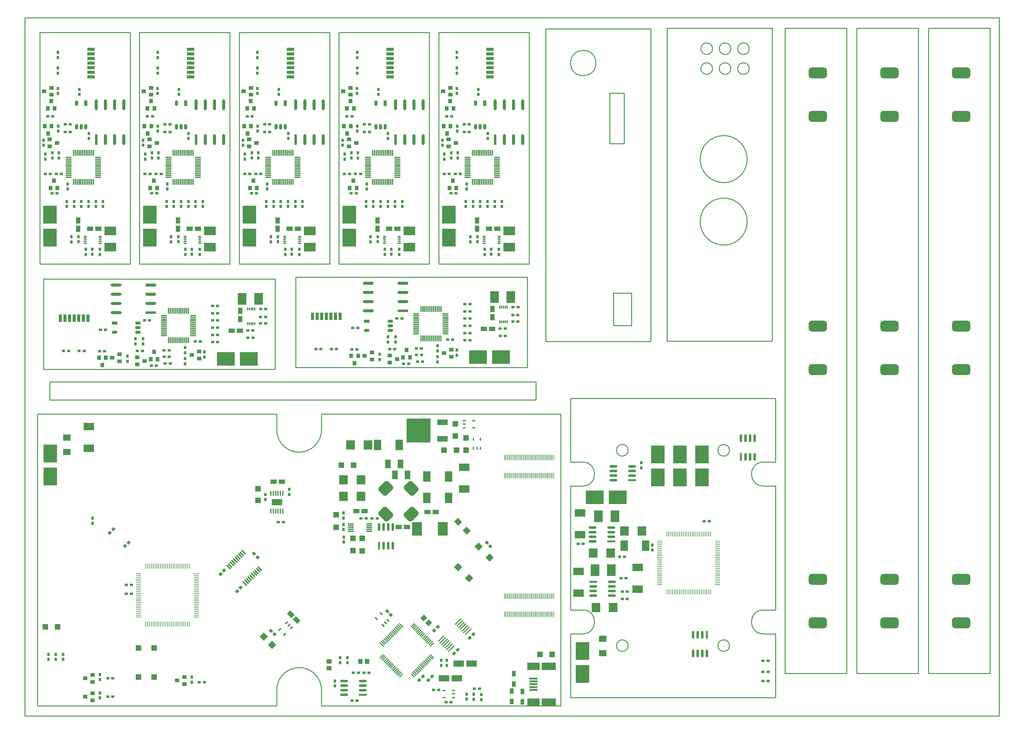
<source format=gtp>
%FSLAX25Y25*%
%MOIN*%
G70*
G01*
G75*
G04 Layer_Color=8421504*
G04:AMPARAMS|DCode=10|XSize=118.11mil|YSize=196.85mil|CornerRadius=29.53mil|HoleSize=0mil|Usage=FLASHONLY|Rotation=90.000|XOffset=0mil|YOffset=0mil|HoleType=Round|Shape=RoundedRectangle|*
%AMROUNDEDRECTD10*
21,1,0.11811,0.13780,0,0,90.0*
21,1,0.05906,0.19685,0,0,90.0*
1,1,0.05906,0.06890,0.02953*
1,1,0.05906,0.06890,-0.02953*
1,1,0.05906,-0.06890,-0.02953*
1,1,0.05906,-0.06890,0.02953*
%
%ADD10ROUNDEDRECTD10*%
%ADD11R,0.03000X0.03543*%
%ADD12R,0.03543X0.03000*%
%ADD13O,0.07087X0.01181*%
%ADD14O,0.01181X0.07087*%
%ADD15O,0.03543X0.05906*%
%ADD16R,0.03543X0.05906*%
%ADD17R,0.04921X0.03937*%
%ADD18R,0.03937X0.04921*%
%ADD19R,0.12598X0.09449*%
%ADD20R,0.15000X0.19685*%
%ADD21R,0.06693X0.05000*%
%ADD22R,0.05000X0.06693*%
%ADD23O,0.03150X0.11811*%
%ADD24R,0.03150X0.11811*%
%ADD25R,0.07874X0.03543*%
%ADD26R,0.03543X0.01181*%
%ADD27O,0.03543X0.01181*%
%ADD28R,0.06299X0.06000*%
%ADD29O,0.08661X0.02362*%
%ADD30R,0.08661X0.02362*%
G04:AMPARAMS|DCode=31|XSize=94.49mil|YSize=13.78mil|CornerRadius=0mil|HoleSize=0mil|Usage=FLASHONLY|Rotation=225.000|XOffset=0mil|YOffset=0mil|HoleType=Round|Shape=Round|*
%AMOVALD31*
21,1,0.08071,0.01378,0.00000,0.00000,225.0*
1,1,0.01378,0.02854,0.02854*
1,1,0.01378,-0.02854,-0.02854*
%
%ADD31OVALD31*%

G04:AMPARAMS|DCode=32|XSize=94.49mil|YSize=13.78mil|CornerRadius=0mil|HoleSize=0mil|Usage=FLASHONLY|Rotation=225.000|XOffset=0mil|YOffset=0mil|HoleType=Round|Shape=Rectangle|*
%AMROTATEDRECTD32*
4,1,4,0.02854,0.03828,0.03828,0.02854,-0.02854,-0.03828,-0.03828,-0.02854,0.02854,0.03828,0.0*
%
%ADD32ROTATEDRECTD32*%

G04:AMPARAMS|DCode=33|XSize=9.84mil|YSize=59.06mil|CornerRadius=0mil|HoleSize=0mil|Usage=FLASHONLY|Rotation=225.000|XOffset=0mil|YOffset=0mil|HoleType=Round|Shape=Rectangle|*
%AMROTATEDRECTD33*
4,1,4,-0.01740,0.02436,0.02436,-0.01740,0.01740,-0.02436,-0.02436,0.01740,-0.01740,0.02436,0.0*
%
%ADD33ROTATEDRECTD33*%

G04:AMPARAMS|DCode=34|XSize=9.84mil|YSize=59.06mil|CornerRadius=0mil|HoleSize=0mil|Usage=FLASHONLY|Rotation=135.000|XOffset=0mil|YOffset=0mil|HoleType=Round|Shape=Rectangle|*
%AMROTATEDRECTD34*
4,1,4,0.02436,0.01740,-0.01740,-0.02436,-0.02436,-0.01740,0.01740,0.02436,0.02436,0.01740,0.0*
%
%ADD34ROTATEDRECTD34*%

G04:AMPARAMS|DCode=35|XSize=9.84mil|YSize=59.06mil|CornerRadius=0mil|HoleSize=0mil|Usage=FLASHONLY|Rotation=225.000|XOffset=0mil|YOffset=0mil|HoleType=Round|Shape=Round|*
%AMOVALD35*
21,1,0.04921,0.00984,0.00000,0.00000,315.0*
1,1,0.00984,-0.01740,0.01740*
1,1,0.00984,0.01740,-0.01740*
%
%ADD35OVALD35*%

G04:AMPARAMS|DCode=36|XSize=9.84mil|YSize=59.06mil|CornerRadius=0mil|HoleSize=0mil|Usage=FLASHONLY|Rotation=135.000|XOffset=0mil|YOffset=0mil|HoleType=Round|Shape=Round|*
%AMOVALD36*
21,1,0.04921,0.00984,0.00000,0.00000,225.0*
1,1,0.00984,0.01740,0.01740*
1,1,0.00984,-0.01740,-0.01740*
%
%ADD36OVALD36*%

%ADD37R,0.03937X0.05906*%
G04:AMPARAMS|DCode=38|XSize=15.75mil|YSize=35.43mil|CornerRadius=0mil|HoleSize=0mil|Usage=FLASHONLY|Rotation=45.000|XOffset=0mil|YOffset=0mil|HoleType=Round|Shape=Rectangle|*
%AMROTATEDRECTD38*
4,1,4,0.00696,-0.01810,-0.01810,0.00696,-0.00696,0.01810,0.01810,-0.00696,0.00696,-0.01810,0.0*
%
%ADD38ROTATEDRECTD38*%

%ADD39R,0.03543X0.01575*%
%ADD40R,0.11201X0.06500*%
%ADD41R,0.01654X0.05370*%
%ADD42O,0.01654X0.05370*%
%ADD43R,0.01575X0.03543*%
%ADD44O,0.07087X0.01181*%
%ADD45R,0.07087X0.01181*%
%ADD46O,0.05906X0.00984*%
%ADD47O,0.00984X0.05906*%
%ADD48R,0.00984X0.05906*%
G04:AMPARAMS|DCode=49|XSize=35.43mil|YSize=30mil|CornerRadius=0mil|HoleSize=0mil|Usage=FLASHONLY|Rotation=315.000|XOffset=0mil|YOffset=0mil|HoleType=Round|Shape=Rectangle|*
%AMROTATEDRECTD49*
4,1,4,-0.02313,0.00192,-0.00192,0.02313,0.02313,-0.00192,0.00192,-0.02313,-0.02313,0.00192,0.0*
%
%ADD49ROTATEDRECTD49*%

%ADD50R,0.06000X0.06299*%
G04:AMPARAMS|DCode=51|XSize=35.43mil|YSize=30mil|CornerRadius=0mil|HoleSize=0mil|Usage=FLASHONLY|Rotation=225.000|XOffset=0mil|YOffset=0mil|HoleType=Round|Shape=Rectangle|*
%AMROTATEDRECTD51*
4,1,4,0.00192,0.02313,0.02313,0.00192,-0.00192,-0.02313,-0.02313,-0.00192,0.00192,0.02313,0.0*
%
%ADD51ROTATEDRECTD51*%

G04:AMPARAMS|DCode=52|XSize=62.99mil|YSize=60mil|CornerRadius=0mil|HoleSize=0mil|Usage=FLASHONLY|Rotation=135.000|XOffset=0mil|YOffset=0mil|HoleType=Round|Shape=Rectangle|*
%AMROTATEDRECTD52*
4,1,4,0.04348,-0.00106,0.00106,-0.04348,-0.04348,0.00106,-0.00106,0.04348,0.04348,-0.00106,0.0*
%
%ADD52ROTATEDRECTD52*%

%ADD53O,0.02362X0.08661*%
%ADD54R,0.02362X0.08661*%
%ADD55R,0.26378X0.26378*%
%ADD56R,0.11811X0.06496*%
%ADD57R,0.11811X0.07087*%
G04:AMPARAMS|DCode=58|XSize=120.08mil|YSize=144.88mil|CornerRadius=30.02mil|HoleSize=0mil|Usage=FLASHONLY|Rotation=315.000|XOffset=0mil|YOffset=0mil|HoleType=Round|Shape=RoundedRectangle|*
%AMROUNDEDRECTD58*
21,1,0.12008,0.08484,0,0,315.0*
21,1,0.06004,0.14488,0,0,315.0*
1,1,0.06004,-0.00877,-0.05122*
1,1,0.06004,-0.05122,-0.00877*
1,1,0.06004,0.00877,0.05122*
1,1,0.06004,0.05122,0.00877*
%
%ADD58ROUNDEDRECTD58*%
G04:AMPARAMS|DCode=59|XSize=120.08mil|YSize=144.88mil|CornerRadius=30.02mil|HoleSize=0mil|Usage=FLASHONLY|Rotation=45.000|XOffset=0mil|YOffset=0mil|HoleType=Round|Shape=RoundedRectangle|*
%AMROUNDEDRECTD59*
21,1,0.12008,0.08484,0,0,45.0*
21,1,0.06004,0.14488,0,0,45.0*
1,1,0.06004,0.05122,-0.00877*
1,1,0.06004,0.00877,-0.05122*
1,1,0.06004,-0.05122,0.00877*
1,1,0.06004,-0.00877,0.05122*
%
%ADD59ROUNDEDRECTD59*%
%ADD60R,0.13780X0.08071*%
%ADD61R,0.15748X0.08071*%
%ADD62R,0.08858X0.01969*%
G04:AMPARAMS|DCode=63|XSize=51.18mil|YSize=55.12mil|CornerRadius=0mil|HoleSize=0mil|Usage=FLASHONLY|Rotation=135.000|XOffset=0mil|YOffset=0mil|HoleType=Round|Shape=Rectangle|*
%AMROTATEDRECTD63*
4,1,4,0.03758,0.00139,-0.00139,-0.03758,-0.03758,-0.00139,0.00139,0.03758,0.03758,0.00139,0.0*
%
%ADD63ROTATEDRECTD63*%

%ADD64R,0.05118X0.05512*%
%ADD65R,0.09449X0.09843*%
%ADD66R,0.05512X0.05118*%
%ADD67R,0.07874X0.07087*%
%ADD68R,0.11000X0.15000*%
%ADD69R,0.06299X0.06299*%
%ADD70R,0.07874X0.11811*%
%ADD71R,0.06299X0.09449*%
%ADD72R,0.11811X0.07874*%
%ADD73R,0.00906X0.05906*%
%ADD74P,0.08908X4X270.0*%
G04:AMPARAMS|DCode=75|XSize=62.99mil|YSize=15.75mil|CornerRadius=0mil|HoleSize=0mil|Usage=FLASHONLY|Rotation=135.000|XOffset=0mil|YOffset=0mil|HoleType=Round|Shape=Rectangle|*
%AMROTATEDRECTD75*
4,1,4,0.02784,-0.01670,0.01670,-0.02784,-0.02784,0.01670,-0.01670,0.02784,0.02784,-0.01670,0.0*
%
%ADD75ROTATEDRECTD75*%

G04:AMPARAMS|DCode=76|XSize=62.99mil|YSize=15.75mil|CornerRadius=0mil|HoleSize=0mil|Usage=FLASHONLY|Rotation=135.000|XOffset=0mil|YOffset=0mil|HoleType=Round|Shape=Round|*
%AMOVALD76*
21,1,0.04724,0.01575,0.00000,0.00000,135.0*
1,1,0.01575,0.01670,-0.01670*
1,1,0.01575,-0.01670,0.01670*
%
%ADD76OVALD76*%

G04:AMPARAMS|DCode=77|XSize=15.75mil|YSize=35.43mil|CornerRadius=0mil|HoleSize=0mil|Usage=FLASHONLY|Rotation=135.000|XOffset=0mil|YOffset=0mil|HoleType=Round|Shape=Rectangle|*
%AMROTATEDRECTD77*
4,1,4,0.01810,0.00696,-0.00696,-0.01810,-0.01810,-0.00696,0.00696,0.01810,0.01810,0.00696,0.0*
%
%ADD77ROTATEDRECTD77*%

%ADD78P,0.08908X4X180.0*%
G04:AMPARAMS|DCode=79|XSize=66.93mil|YSize=50mil|CornerRadius=0mil|HoleSize=0mil|Usage=FLASHONLY|Rotation=135.000|XOffset=0mil|YOffset=0mil|HoleType=Round|Shape=Rectangle|*
%AMROTATEDRECTD79*
4,1,4,0.04134,-0.00599,0.00599,-0.04134,-0.04134,0.00599,-0.00599,0.04134,0.04134,-0.00599,0.0*
%
%ADD79ROTATEDRECTD79*%

%ADD80R,0.05906X0.00984*%
%ADD81R,0.09449X0.12598*%
%ADD82R,0.19685X0.15000*%
%ADD83O,0.05906X0.03543*%
%ADD84R,0.05906X0.03543*%
%ADD85O,0.11811X0.03150*%
%ADD86R,0.11811X0.03150*%
%ADD87R,0.03543X0.07874*%
%ADD88R,0.01181X0.03543*%
%ADD89O,0.01181X0.03543*%
%ADD90C,0.03937*%
%ADD91C,0.01575*%
%ADD92C,0.03150*%
%ADD93C,0.01000*%
%ADD94C,0.01181*%
%ADD95C,0.01969*%
%ADD96C,0.05906*%
%ADD97C,0.00787*%
%ADD98C,0.07874*%
%ADD99C,0.02756*%
%ADD100R,0.25197X0.27953*%
%ADD101R,0.19685X0.32283*%
%ADD102R,0.24016X0.21260*%
%ADD103R,0.08858X0.27953*%
%ADD104C,0.17716*%
%ADD105C,0.05906*%
%ADD106R,0.05906X0.05906*%
%ADD107C,0.04724*%
%ADD108C,0.15748*%
%ADD109R,0.03937X0.03937*%
%ADD110C,0.03937*%
%ADD111C,0.06000*%
%ADD112C,0.13386*%
%ADD113C,0.07874*%
%ADD114C,0.05512*%
%ADD115C,0.06299*%
G04:AMPARAMS|DCode=116|XSize=374.02mil|YSize=98.43mil|CornerRadius=24.61mil|HoleSize=0mil|Usage=FLASHONLY|Rotation=180.000|XOffset=0mil|YOffset=0mil|HoleType=Round|Shape=RoundedRectangle|*
%AMROUNDEDRECTD116*
21,1,0.37402,0.04921,0,0,180.0*
21,1,0.32480,0.09843,0,0,180.0*
1,1,0.04921,-0.16240,0.02461*
1,1,0.04921,0.16240,0.02461*
1,1,0.04921,0.16240,-0.02461*
1,1,0.04921,-0.16240,-0.02461*
%
%ADD116ROUNDEDRECTD116*%
%ADD117R,0.05906X0.05906*%
%ADD118C,0.06693*%
%ADD119C,0.09843*%
%ADD120C,0.10000*%
%ADD121C,0.19685*%
%ADD122C,0.31496*%
%ADD123R,0.07874X0.07874*%
%ADD124C,0.06496*%
%ADD125C,0.02559*%
%ADD126R,0.07874X0.07874*%
%ADD127R,0.03937X0.03937*%
%ADD128R,0.06299X0.06299*%
G04:AMPARAMS|DCode=129|XSize=374.02mil|YSize=98.43mil|CornerRadius=24.61mil|HoleSize=0mil|Usage=FLASHONLY|Rotation=270.000|XOffset=0mil|YOffset=0mil|HoleType=Round|Shape=RoundedRectangle|*
%AMROUNDEDRECTD129*
21,1,0.37402,0.04921,0,0,270.0*
21,1,0.32480,0.09843,0,0,270.0*
1,1,0.04921,-0.02461,-0.16240*
1,1,0.04921,-0.02461,0.16240*
1,1,0.04921,0.02461,0.16240*
1,1,0.04921,0.02461,-0.16240*
%
%ADD129ROUNDEDRECTD129*%
%ADD130C,0.05500*%
%ADD131C,0.03150*%
%ADD132C,0.02362*%
%ADD133C,0.01575*%
%ADD134C,0.05000*%
%ADD135C,0.07087*%
G04:AMPARAMS|DCode=136|XSize=27.56mil|YSize=35.43mil|CornerRadius=0mil|HoleSize=0mil|Usage=FLASHONLY|Rotation=315.000|XOffset=0mil|YOffset=0mil|HoleType=Round|Shape=Rectangle|*
%AMROTATEDRECTD136*
4,1,4,-0.02227,-0.00278,0.00278,0.02227,0.02227,0.00278,-0.00278,-0.02227,-0.02227,-0.00278,0.0*
%
%ADD136ROTATEDRECTD136*%

%ADD137R,0.03543X0.02756*%
G04:AMPARAMS|DCode=138|XSize=984.25mil|YSize=708.66mil|CornerRadius=177.16mil|HoleSize=0mil|Usage=FLASHONLY|Rotation=0.000|XOffset=0mil|YOffset=0mil|HoleType=Round|Shape=RoundedRectangle|*
%AMROUNDEDRECTD138*
21,1,0.98425,0.35433,0,0,0.0*
21,1,0.62992,0.70866,0,0,0.0*
1,1,0.35433,0.31496,-0.17716*
1,1,0.35433,-0.31496,-0.17716*
1,1,0.35433,-0.31496,0.17716*
1,1,0.35433,0.31496,0.17716*
%
%ADD138ROUNDEDRECTD138*%
G04:AMPARAMS|DCode=139|XSize=86.61mil|YSize=23.62mil|CornerRadius=0mil|HoleSize=0mil|Usage=FLASHONLY|Rotation=315.000|XOffset=0mil|YOffset=0mil|HoleType=Round|Shape=Rectangle|*
%AMROTATEDRECTD139*
4,1,4,-0.03897,0.02227,-0.02227,0.03897,0.03897,-0.02227,0.02227,-0.03897,-0.03897,0.02227,0.0*
%
%ADD139ROTATEDRECTD139*%

G04:AMPARAMS|DCode=140|XSize=86.61mil|YSize=23.62mil|CornerRadius=0mil|HoleSize=0mil|Usage=FLASHONLY|Rotation=315.000|XOffset=0mil|YOffset=0mil|HoleType=Round|Shape=Round|*
%AMOVALD140*
21,1,0.06299,0.02362,0.00000,0.00000,315.0*
1,1,0.02362,-0.02227,0.02227*
1,1,0.02362,0.02227,-0.02227*
%
%ADD140OVALD140*%

%ADD141R,0.09843X0.09449*%
%ADD142R,0.03600X0.03600*%
%ADD143R,0.03600X0.05000*%
%ADD144C,0.09843*%
%ADD145C,0.03740*%
%ADD146R,0.24803X0.21260*%
%ADD147R,0.09449X0.14961*%
%ADD148R,0.18110X0.14862*%
%ADD149C,0.05886*%
%ADD150C,0.00984*%
%ADD151C,0.02362*%
%ADD152C,0.03186*%
%ADD153C,0.02000*%
%ADD154C,0.00394*%
%ADD155C,0.05886*%
%ADD156C,0.03186*%
%ADD157R,0.04724X0.25197*%
%ADD158C,0.00068*%
%ADD159C,0.01200*%
%ADD160C,0.00800*%
%ADD161C,0.00500*%
%ADD162C,0.00050*%
%ADD163C,0.00100*%
%ADD164C,0.00574*%
%ADD165C,0.00570*%
%ADD166C,0.00661*%
%ADD167C,0.00632*%
%ADD168R,0.05512X0.27559*%
%ADD169R,0.27559X0.78543*%
%ADD170R,0.12047X0.03937*%
%ADD171R,0.10847X0.30370*%
D10*
X1018504Y652799D02*
D03*
Y700043D02*
D03*
Y377209D02*
D03*
Y424453D02*
D03*
Y101618D02*
D03*
Y148862D02*
D03*
X940504Y652799D02*
D03*
Y700043D02*
D03*
Y377209D02*
D03*
Y424453D02*
D03*
Y101618D02*
D03*
Y148862D02*
D03*
X862504Y652799D02*
D03*
Y700043D02*
D03*
Y377209D02*
D03*
Y424453D02*
D03*
Y101618D02*
D03*
Y148862D02*
D03*
D11*
X480496Y579189D02*
D03*
Y573689D02*
D03*
X470811Y613114D02*
D03*
Y607614D02*
D03*
X503488Y628728D02*
D03*
Y634228D02*
D03*
X492465Y516445D02*
D03*
Y521945D02*
D03*
X507189Y508153D02*
D03*
Y502654D02*
D03*
X515772Y507996D02*
D03*
Y502496D02*
D03*
X484592Y521746D02*
D03*
Y516246D02*
D03*
X456402Y611776D02*
D03*
Y606276D02*
D03*
X463866Y607488D02*
D03*
Y612988D02*
D03*
X470126Y722433D02*
D03*
Y716933D02*
D03*
X493161Y676752D02*
D03*
Y682252D02*
D03*
X479709Y560291D02*
D03*
Y554791D02*
D03*
X469854Y677740D02*
D03*
Y683240D02*
D03*
X454197Y621472D02*
D03*
Y626972D02*
D03*
X487583Y560291D02*
D03*
Y554791D02*
D03*
X495457Y560291D02*
D03*
Y554791D02*
D03*
X503331Y560291D02*
D03*
Y554791D02*
D03*
X511205Y560291D02*
D03*
Y554791D02*
D03*
X519079Y560291D02*
D03*
Y554791D02*
D03*
X470024Y699898D02*
D03*
Y705398D02*
D03*
X500260Y502575D02*
D03*
Y508075D02*
D03*
X470260Y636669D02*
D03*
Y642169D02*
D03*
X371996Y579189D02*
D03*
Y573689D02*
D03*
X362311Y613114D02*
D03*
Y607614D02*
D03*
X394988Y628728D02*
D03*
Y634228D02*
D03*
X383965Y516445D02*
D03*
Y521945D02*
D03*
X398689Y508153D02*
D03*
Y502654D02*
D03*
X407272Y507996D02*
D03*
Y502496D02*
D03*
X376092Y521746D02*
D03*
Y516246D02*
D03*
X347902Y611776D02*
D03*
Y606276D02*
D03*
X355366Y607488D02*
D03*
Y612988D02*
D03*
X361626Y722433D02*
D03*
Y716933D02*
D03*
X384661Y676752D02*
D03*
Y682252D02*
D03*
X371209Y560291D02*
D03*
Y554791D02*
D03*
X361354Y677740D02*
D03*
Y683240D02*
D03*
X345697Y621472D02*
D03*
Y626972D02*
D03*
X379083Y560291D02*
D03*
Y554791D02*
D03*
X386957Y560291D02*
D03*
Y554791D02*
D03*
X394831Y560291D02*
D03*
Y554791D02*
D03*
X402705Y560291D02*
D03*
Y554791D02*
D03*
X410579Y560291D02*
D03*
Y554791D02*
D03*
X361524Y699898D02*
D03*
Y705398D02*
D03*
X391760Y502575D02*
D03*
Y508075D02*
D03*
X361760Y636669D02*
D03*
Y642169D02*
D03*
X81756Y45181D02*
D03*
Y39681D02*
D03*
X347000Y189370D02*
D03*
Y194870D02*
D03*
X350874Y63622D02*
D03*
Y58122D02*
D03*
X342874Y63622D02*
D03*
Y58122D02*
D03*
X25756Y67181D02*
D03*
Y61681D02*
D03*
X81756Y25181D02*
D03*
Y19681D02*
D03*
X33756Y67181D02*
D03*
Y61681D02*
D03*
X41756Y67181D02*
D03*
Y61681D02*
D03*
X287756Y241181D02*
D03*
Y246681D02*
D03*
X181646Y36961D02*
D03*
Y42461D02*
D03*
X337425Y32693D02*
D03*
Y38193D02*
D03*
X452953Y55181D02*
D03*
Y60681D02*
D03*
X458953Y55181D02*
D03*
Y60681D02*
D03*
X480638Y23890D02*
D03*
Y18390D02*
D03*
X488370Y23795D02*
D03*
Y18295D02*
D03*
X496638Y17890D02*
D03*
Y23390D02*
D03*
X261756Y241181D02*
D03*
Y235681D02*
D03*
X346480Y220976D02*
D03*
Y215476D02*
D03*
Y202976D02*
D03*
Y208476D02*
D03*
X73724Y209874D02*
D03*
Y215374D02*
D03*
X36260Y636669D02*
D03*
Y642169D02*
D03*
X66260Y502575D02*
D03*
Y508075D02*
D03*
X36024Y699898D02*
D03*
Y705398D02*
D03*
X85079Y560291D02*
D03*
Y554791D02*
D03*
X77205Y560291D02*
D03*
Y554791D02*
D03*
X69331Y560291D02*
D03*
Y554791D02*
D03*
X61457Y560291D02*
D03*
Y554791D02*
D03*
X53583Y560291D02*
D03*
Y554791D02*
D03*
X20197Y621472D02*
D03*
Y626972D02*
D03*
X35855Y677740D02*
D03*
Y683240D02*
D03*
X45709Y560291D02*
D03*
Y554791D02*
D03*
X59161Y676752D02*
D03*
Y682252D02*
D03*
X36126Y722433D02*
D03*
Y716933D02*
D03*
X29866Y607488D02*
D03*
Y612988D02*
D03*
X22402Y611776D02*
D03*
Y606276D02*
D03*
X50592Y521746D02*
D03*
Y516246D02*
D03*
X81772Y507996D02*
D03*
Y502496D02*
D03*
X73189Y508153D02*
D03*
Y502654D02*
D03*
X58465Y516445D02*
D03*
Y521945D02*
D03*
X69488Y628728D02*
D03*
Y634228D02*
D03*
X36811Y613114D02*
D03*
Y607614D02*
D03*
X46496Y579189D02*
D03*
Y573689D02*
D03*
X144760Y636669D02*
D03*
Y642169D02*
D03*
X174760Y502575D02*
D03*
Y508075D02*
D03*
X144524Y699898D02*
D03*
Y705398D02*
D03*
X193579Y560291D02*
D03*
Y554791D02*
D03*
X185705Y560291D02*
D03*
Y554791D02*
D03*
X177831Y560291D02*
D03*
Y554791D02*
D03*
X169957Y560291D02*
D03*
Y554791D02*
D03*
X162083Y560291D02*
D03*
Y554791D02*
D03*
X128697Y621472D02*
D03*
Y626972D02*
D03*
X144354Y677740D02*
D03*
Y683240D02*
D03*
X154209Y560291D02*
D03*
Y554791D02*
D03*
X167661Y676752D02*
D03*
Y682252D02*
D03*
X144626Y722433D02*
D03*
Y716933D02*
D03*
X138366Y607488D02*
D03*
Y612988D02*
D03*
X130902Y611776D02*
D03*
Y606276D02*
D03*
X159092Y521746D02*
D03*
Y516246D02*
D03*
X190272Y507996D02*
D03*
Y502496D02*
D03*
X181689Y508153D02*
D03*
Y502654D02*
D03*
X166965Y516445D02*
D03*
Y521945D02*
D03*
X177988Y628728D02*
D03*
Y634228D02*
D03*
X145311Y613114D02*
D03*
Y607614D02*
D03*
X154996Y579189D02*
D03*
Y573689D02*
D03*
X253260Y636669D02*
D03*
Y642169D02*
D03*
X283260Y502575D02*
D03*
Y508075D02*
D03*
X253024Y699898D02*
D03*
Y705398D02*
D03*
X302079Y560291D02*
D03*
Y554791D02*
D03*
X294205Y560291D02*
D03*
Y554791D02*
D03*
X286331Y560291D02*
D03*
Y554791D02*
D03*
X278457Y560291D02*
D03*
Y554791D02*
D03*
X270583Y560291D02*
D03*
Y554791D02*
D03*
X237197Y621472D02*
D03*
Y626972D02*
D03*
X252854Y677740D02*
D03*
Y683240D02*
D03*
X262709Y560291D02*
D03*
Y554791D02*
D03*
X276161Y676752D02*
D03*
Y682252D02*
D03*
X253126Y722433D02*
D03*
Y716933D02*
D03*
X246866Y607488D02*
D03*
Y612988D02*
D03*
X239402Y611776D02*
D03*
Y606276D02*
D03*
X267592Y521746D02*
D03*
Y516246D02*
D03*
X298772Y507996D02*
D03*
Y502496D02*
D03*
X290189Y508153D02*
D03*
Y502654D02*
D03*
X275465Y516445D02*
D03*
Y521945D02*
D03*
X286488Y628728D02*
D03*
Y634228D02*
D03*
X253811Y613114D02*
D03*
Y607614D02*
D03*
X263496Y579189D02*
D03*
Y573689D02*
D03*
X670547Y275776D02*
D03*
Y270276D02*
D03*
X682547Y180776D02*
D03*
Y186276D02*
D03*
X448945Y397543D02*
D03*
Y403043D02*
D03*
X469890Y392898D02*
D03*
Y398398D02*
D03*
X448945Y390984D02*
D03*
Y385484D02*
D03*
X394929Y412650D02*
D03*
Y407150D02*
D03*
X403276Y412650D02*
D03*
Y407150D02*
D03*
X386032Y388173D02*
D03*
Y393673D02*
D03*
X174445Y395543D02*
D03*
Y401043D02*
D03*
X195390Y390898D02*
D03*
Y396398D02*
D03*
X174445Y388984D02*
D03*
Y383484D02*
D03*
X120429Y410650D02*
D03*
Y405150D02*
D03*
X128776Y410650D02*
D03*
Y405150D02*
D03*
X111531Y386173D02*
D03*
Y391673D02*
D03*
D12*
X468224Y590055D02*
D03*
X473724D02*
D03*
X463579Y569110D02*
D03*
X469079D02*
D03*
X461665Y590055D02*
D03*
X456165D02*
D03*
X483331Y644071D02*
D03*
X477831D02*
D03*
X483331Y635724D02*
D03*
X477831D02*
D03*
X458854Y652969D02*
D03*
X464354D02*
D03*
X359724Y590055D02*
D03*
X365224D02*
D03*
X355079Y569110D02*
D03*
X360579D02*
D03*
X353165Y590055D02*
D03*
X347665D02*
D03*
X374831Y644071D02*
D03*
X369331D02*
D03*
X374831Y635724D02*
D03*
X369331D02*
D03*
X350354Y652969D02*
D03*
X355854D02*
D03*
X95756Y41181D02*
D03*
X90256D02*
D03*
X368953Y47181D02*
D03*
X374453D02*
D03*
X361425Y16693D02*
D03*
X355925D02*
D03*
X362953Y47181D02*
D03*
X357453D02*
D03*
X95756Y21181D02*
D03*
X90256D02*
D03*
X275756Y211181D02*
D03*
X281256D02*
D03*
X377756Y215181D02*
D03*
X383256D02*
D03*
X189709Y36835D02*
D03*
X195209D02*
D03*
X494638Y29890D02*
D03*
X489138D02*
D03*
X450260Y28331D02*
D03*
X444760D02*
D03*
X458228Y15181D02*
D03*
X463728D02*
D03*
X365756Y215181D02*
D03*
X371256D02*
D03*
X115823Y133181D02*
D03*
X110323D02*
D03*
X115823Y142850D02*
D03*
X110323D02*
D03*
X24854Y652969D02*
D03*
X30354D02*
D03*
X49331Y635724D02*
D03*
X43831D02*
D03*
X49331Y644071D02*
D03*
X43831D02*
D03*
X27665Y590055D02*
D03*
X22165D02*
D03*
X29579Y569110D02*
D03*
X35079D02*
D03*
X34224Y590055D02*
D03*
X39724D02*
D03*
X133354Y652969D02*
D03*
X138854D02*
D03*
X157831Y635724D02*
D03*
X152331D02*
D03*
X157831Y644071D02*
D03*
X152331D02*
D03*
X136165Y590055D02*
D03*
X130665D02*
D03*
X138079Y569110D02*
D03*
X143579D02*
D03*
X142724Y590055D02*
D03*
X148224D02*
D03*
X241854Y652969D02*
D03*
X247354D02*
D03*
X266331Y635724D02*
D03*
X260831D02*
D03*
X266331Y644071D02*
D03*
X260831D02*
D03*
X244665Y590055D02*
D03*
X239165D02*
D03*
X246579Y569110D02*
D03*
X252079D02*
D03*
X251224Y590055D02*
D03*
X256724D02*
D03*
X652350Y173606D02*
D03*
X646850D02*
D03*
X808547Y60276D02*
D03*
X803047D02*
D03*
X808547Y48276D02*
D03*
X803047D02*
D03*
X808547Y38276D02*
D03*
X803047D02*
D03*
X655319Y135350D02*
D03*
X649819D02*
D03*
X648547Y150276D02*
D03*
X654047D02*
D03*
X739047Y212276D02*
D03*
X744547D02*
D03*
X655319Y127350D02*
D03*
X649819D02*
D03*
X601850Y187606D02*
D03*
X607350D02*
D03*
X459811Y409815D02*
D03*
X465311D02*
D03*
X425886Y400130D02*
D03*
X431386D02*
D03*
X410272Y432807D02*
D03*
X404772D02*
D03*
X522555Y421783D02*
D03*
X517055D02*
D03*
X530847Y436508D02*
D03*
X536346D02*
D03*
X531004Y445090D02*
D03*
X536504D02*
D03*
X517254Y413911D02*
D03*
X522754D02*
D03*
X427224Y385720D02*
D03*
X432724D02*
D03*
X431512Y393185D02*
D03*
X426012D02*
D03*
X316567Y399445D02*
D03*
X322067D02*
D03*
X362248Y422480D02*
D03*
X356748D02*
D03*
X478709Y409028D02*
D03*
X484209D02*
D03*
X361260Y399173D02*
D03*
X355760D02*
D03*
X417528Y383516D02*
D03*
X412028D02*
D03*
X478709Y416902D02*
D03*
X484209D02*
D03*
X478709Y424776D02*
D03*
X484209D02*
D03*
X478709Y432650D02*
D03*
X484209D02*
D03*
X478709Y440524D02*
D03*
X484209D02*
D03*
X478709Y448398D02*
D03*
X484209D02*
D03*
X339102Y399342D02*
D03*
X333602D02*
D03*
X536425Y429579D02*
D03*
X530925D02*
D03*
X402331Y399579D02*
D03*
X396831D02*
D03*
X185311Y407815D02*
D03*
X190811D02*
D03*
X151386Y398130D02*
D03*
X156886D02*
D03*
X135772Y430807D02*
D03*
X130272D02*
D03*
X248055Y419783D02*
D03*
X242555D02*
D03*
X256347Y434508D02*
D03*
X261846D02*
D03*
X256504Y443090D02*
D03*
X262004D02*
D03*
X242754Y411911D02*
D03*
X248254D02*
D03*
X152724Y383720D02*
D03*
X158224D02*
D03*
X157012Y391185D02*
D03*
X151512D02*
D03*
X42067Y397445D02*
D03*
X47567D02*
D03*
X87748Y420480D02*
D03*
X82248D02*
D03*
X204209Y407028D02*
D03*
X209709D02*
D03*
X86760Y397173D02*
D03*
X81260D02*
D03*
X143028Y381516D02*
D03*
X137528D02*
D03*
X204209Y414902D02*
D03*
X209709D02*
D03*
X204209Y422776D02*
D03*
X209709D02*
D03*
X204209Y430650D02*
D03*
X209709D02*
D03*
X204209Y438524D02*
D03*
X209709D02*
D03*
X204209Y446398D02*
D03*
X209709D02*
D03*
X64602Y397342D02*
D03*
X59102D02*
D03*
X261925Y427579D02*
D03*
X256425D02*
D03*
X127831Y397579D02*
D03*
X122331D02*
D03*
D13*
X513679Y586502D02*
D03*
Y588470D02*
D03*
Y590439D02*
D03*
Y592407D02*
D03*
Y594376D02*
D03*
Y596344D02*
D03*
Y598313D02*
D03*
Y600281D02*
D03*
Y602250D02*
D03*
Y604218D02*
D03*
Y606187D02*
D03*
Y608155D02*
D03*
X481789D02*
D03*
Y606187D02*
D03*
Y604218D02*
D03*
Y602250D02*
D03*
Y600281D02*
D03*
Y598313D02*
D03*
Y596344D02*
D03*
Y594376D02*
D03*
Y592407D02*
D03*
Y590439D02*
D03*
Y588470D02*
D03*
Y586502D02*
D03*
X405179D02*
D03*
Y588470D02*
D03*
Y590439D02*
D03*
Y592407D02*
D03*
Y594376D02*
D03*
Y596344D02*
D03*
Y598313D02*
D03*
Y600281D02*
D03*
Y602250D02*
D03*
Y604218D02*
D03*
Y606187D02*
D03*
Y608155D02*
D03*
X373289D02*
D03*
Y606187D02*
D03*
Y604218D02*
D03*
Y602250D02*
D03*
Y600281D02*
D03*
Y598313D02*
D03*
Y596344D02*
D03*
Y594376D02*
D03*
Y592407D02*
D03*
Y590439D02*
D03*
Y588470D02*
D03*
Y586502D02*
D03*
X79679D02*
D03*
Y588470D02*
D03*
Y590439D02*
D03*
Y592407D02*
D03*
Y594376D02*
D03*
Y596344D02*
D03*
Y598313D02*
D03*
Y600281D02*
D03*
Y602250D02*
D03*
Y604218D02*
D03*
Y606187D02*
D03*
Y608155D02*
D03*
X47789D02*
D03*
Y606187D02*
D03*
Y604218D02*
D03*
Y602250D02*
D03*
Y600281D02*
D03*
Y598313D02*
D03*
Y596344D02*
D03*
Y594376D02*
D03*
Y592407D02*
D03*
Y590439D02*
D03*
Y588470D02*
D03*
Y586502D02*
D03*
X188179D02*
D03*
Y588470D02*
D03*
Y590439D02*
D03*
Y592407D02*
D03*
Y594376D02*
D03*
Y596344D02*
D03*
Y598313D02*
D03*
Y600281D02*
D03*
Y602250D02*
D03*
Y604218D02*
D03*
Y606187D02*
D03*
Y608155D02*
D03*
X156289D02*
D03*
Y606187D02*
D03*
Y604218D02*
D03*
Y602250D02*
D03*
Y600281D02*
D03*
Y598313D02*
D03*
Y596344D02*
D03*
Y594376D02*
D03*
Y592407D02*
D03*
Y590439D02*
D03*
Y588470D02*
D03*
Y586502D02*
D03*
X296679D02*
D03*
Y588470D02*
D03*
Y590439D02*
D03*
Y592407D02*
D03*
Y594376D02*
D03*
Y596344D02*
D03*
Y598313D02*
D03*
Y600281D02*
D03*
Y602250D02*
D03*
Y604218D02*
D03*
Y606187D02*
D03*
Y608155D02*
D03*
X264789D02*
D03*
Y606187D02*
D03*
Y604218D02*
D03*
Y602250D02*
D03*
Y600281D02*
D03*
Y598313D02*
D03*
Y596344D02*
D03*
Y594376D02*
D03*
Y592407D02*
D03*
Y590439D02*
D03*
Y588470D02*
D03*
Y586502D02*
D03*
X425727Y437880D02*
D03*
Y435911D02*
D03*
Y433943D02*
D03*
Y431974D02*
D03*
Y430006D02*
D03*
Y428037D02*
D03*
Y426068D02*
D03*
Y424100D02*
D03*
Y422131D02*
D03*
Y420163D02*
D03*
Y418194D02*
D03*
Y416226D02*
D03*
X457617D02*
D03*
Y418194D02*
D03*
Y420163D02*
D03*
Y422131D02*
D03*
Y424100D02*
D03*
Y426068D02*
D03*
Y428037D02*
D03*
Y430006D02*
D03*
Y431974D02*
D03*
Y433943D02*
D03*
Y435911D02*
D03*
Y437880D02*
D03*
X151227Y435880D02*
D03*
Y433911D02*
D03*
Y431943D02*
D03*
Y429974D02*
D03*
Y428006D02*
D03*
Y426037D02*
D03*
Y424068D02*
D03*
Y422100D02*
D03*
Y420131D02*
D03*
Y418163D02*
D03*
Y416194D02*
D03*
Y414226D02*
D03*
X183116D02*
D03*
Y416194D02*
D03*
Y418163D02*
D03*
Y420131D02*
D03*
Y422100D02*
D03*
Y424068D02*
D03*
Y426037D02*
D03*
Y428006D02*
D03*
Y429974D02*
D03*
Y431943D02*
D03*
Y433911D02*
D03*
Y435880D02*
D03*
D14*
X508561Y613273D02*
D03*
X506592D02*
D03*
X504624D02*
D03*
X502655D02*
D03*
X500687D02*
D03*
X498718D02*
D03*
X496750D02*
D03*
X494781D02*
D03*
X492813D02*
D03*
X490844D02*
D03*
X488876D02*
D03*
X486907D02*
D03*
Y581384D02*
D03*
X488876D02*
D03*
X490844D02*
D03*
X492813D02*
D03*
X494781D02*
D03*
X496750D02*
D03*
X498718D02*
D03*
X500687D02*
D03*
X502655D02*
D03*
X504624D02*
D03*
X506592D02*
D03*
X508561D02*
D03*
X400061Y613273D02*
D03*
X398092D02*
D03*
X396124D02*
D03*
X394155D02*
D03*
X392187D02*
D03*
X390218D02*
D03*
X388250D02*
D03*
X386281D02*
D03*
X384313D02*
D03*
X382344D02*
D03*
X380376D02*
D03*
X378407D02*
D03*
Y581384D02*
D03*
X380376D02*
D03*
X382344D02*
D03*
X384313D02*
D03*
X386281D02*
D03*
X388250D02*
D03*
X390218D02*
D03*
X392187D02*
D03*
X394155D02*
D03*
X396124D02*
D03*
X398092D02*
D03*
X400061D02*
D03*
X74561Y613273D02*
D03*
X72592D02*
D03*
X70624D02*
D03*
X68655D02*
D03*
X66687D02*
D03*
X64718D02*
D03*
X62750D02*
D03*
X60781D02*
D03*
X58813D02*
D03*
X56844D02*
D03*
X54876D02*
D03*
X52907D02*
D03*
Y581384D02*
D03*
X54876D02*
D03*
X56844D02*
D03*
X58813D02*
D03*
X60781D02*
D03*
X62750D02*
D03*
X64718D02*
D03*
X66687D02*
D03*
X68655D02*
D03*
X70624D02*
D03*
X72592D02*
D03*
X74561D02*
D03*
X183061Y613273D02*
D03*
X181092D02*
D03*
X179124D02*
D03*
X177155D02*
D03*
X175187D02*
D03*
X173218D02*
D03*
X171250D02*
D03*
X169281D02*
D03*
X167313D02*
D03*
X165344D02*
D03*
X163376D02*
D03*
X161407D02*
D03*
Y581384D02*
D03*
X163376D02*
D03*
X165344D02*
D03*
X167313D02*
D03*
X169281D02*
D03*
X171250D02*
D03*
X173218D02*
D03*
X175187D02*
D03*
X177155D02*
D03*
X179124D02*
D03*
X181092D02*
D03*
X183061D02*
D03*
X291561Y613273D02*
D03*
X289592D02*
D03*
X287624D02*
D03*
X285655D02*
D03*
X283687D02*
D03*
X281718D02*
D03*
X279750D02*
D03*
X277781D02*
D03*
X275813D02*
D03*
X273844D02*
D03*
X271876D02*
D03*
X269907D02*
D03*
Y581384D02*
D03*
X271876D02*
D03*
X273844D02*
D03*
X275813D02*
D03*
X277781D02*
D03*
X279750D02*
D03*
X281718D02*
D03*
X283687D02*
D03*
X285655D02*
D03*
X287624D02*
D03*
X289592D02*
D03*
X291561D02*
D03*
X452498Y442998D02*
D03*
X450530D02*
D03*
X448561D02*
D03*
X446593D02*
D03*
X444624D02*
D03*
X442656D02*
D03*
X440687D02*
D03*
X438719D02*
D03*
X436750D02*
D03*
X434782D02*
D03*
X432813D02*
D03*
X430845D02*
D03*
Y411108D02*
D03*
X432813D02*
D03*
X434782D02*
D03*
X436750D02*
D03*
X438719D02*
D03*
X440687D02*
D03*
X442656D02*
D03*
X444624D02*
D03*
X446593D02*
D03*
X448561D02*
D03*
X450530D02*
D03*
X452498D02*
D03*
X177998Y440998D02*
D03*
X176030D02*
D03*
X174061D02*
D03*
X172093D02*
D03*
X170124D02*
D03*
X168156D02*
D03*
X166187D02*
D03*
X164219D02*
D03*
X162250D02*
D03*
X160282D02*
D03*
X158313D02*
D03*
X156345D02*
D03*
Y409108D02*
D03*
X158313D02*
D03*
X160282D02*
D03*
X162250D02*
D03*
X164219D02*
D03*
X166187D02*
D03*
X168156D02*
D03*
X170124D02*
D03*
X172093D02*
D03*
X174061D02*
D03*
X176030D02*
D03*
X177998D02*
D03*
D15*
X490457Y641409D02*
D03*
Y667000D02*
D03*
X500457Y641409D02*
D03*
X495457D02*
D03*
X381957D02*
D03*
Y667000D02*
D03*
X391957Y641409D02*
D03*
X386957D02*
D03*
X56457D02*
D03*
Y667000D02*
D03*
X66457Y641409D02*
D03*
X61457D02*
D03*
X164957D02*
D03*
Y667000D02*
D03*
X174957Y641409D02*
D03*
X169957D02*
D03*
X273457D02*
D03*
Y667000D02*
D03*
X283457Y641409D02*
D03*
X278457D02*
D03*
D16*
X500457Y667000D02*
D03*
X391957D02*
D03*
X66457D02*
D03*
X174957D02*
D03*
X283457D02*
D03*
D17*
X462858Y676444D02*
D03*
Y683944D02*
D03*
X454858Y680244D02*
D03*
X461063Y627650D02*
D03*
Y620150D02*
D03*
X469063Y623850D02*
D03*
X354358Y676444D02*
D03*
Y683944D02*
D03*
X346358Y680244D02*
D03*
X352563Y627650D02*
D03*
Y620150D02*
D03*
X360563Y623850D02*
D03*
X65756Y40981D02*
D03*
X73756Y44681D02*
D03*
Y37181D02*
D03*
X65756Y20981D02*
D03*
X73756Y24681D02*
D03*
Y17181D02*
D03*
X165646Y38761D02*
D03*
X173646Y42461D02*
D03*
Y34961D02*
D03*
X27063Y627650D02*
D03*
Y620150D02*
D03*
X35063Y623850D02*
D03*
X28858Y676444D02*
D03*
Y683944D02*
D03*
X20858Y680244D02*
D03*
X135563Y627650D02*
D03*
Y620150D02*
D03*
X143563Y623850D02*
D03*
X137358Y676444D02*
D03*
Y683944D02*
D03*
X129358Y680244D02*
D03*
X244063Y627650D02*
D03*
Y620150D02*
D03*
X252063Y623850D02*
D03*
X245858Y676444D02*
D03*
Y683944D02*
D03*
X237858Y680244D02*
D03*
X464090Y391181D02*
D03*
Y398681D02*
D03*
X456090Y394981D02*
D03*
X404850Y388582D02*
D03*
X396850Y384882D02*
D03*
Y392382D02*
D03*
X377496Y388220D02*
D03*
Y395720D02*
D03*
X369496Y392020D02*
D03*
X189591Y389181D02*
D03*
Y396681D02*
D03*
X181591Y392981D02*
D03*
X130350Y386582D02*
D03*
X122350Y382882D02*
D03*
Y390382D02*
D03*
X102996Y386220D02*
D03*
Y393720D02*
D03*
X94996Y390020D02*
D03*
D18*
X461862Y574909D02*
D03*
X469362D02*
D03*
X465662Y582909D02*
D03*
X459263Y634150D02*
D03*
X455563Y642150D02*
D03*
X463063D02*
D03*
X458901Y661504D02*
D03*
X466401D02*
D03*
X462701Y669504D02*
D03*
X353362Y574909D02*
D03*
X360862D02*
D03*
X357162Y582909D02*
D03*
X350763Y634150D02*
D03*
X347063Y642150D02*
D03*
X354563D02*
D03*
X350401Y661504D02*
D03*
X357901D02*
D03*
X354201Y669504D02*
D03*
X24901Y661504D02*
D03*
X32401D02*
D03*
X28701Y669504D02*
D03*
X25263Y634150D02*
D03*
X21563Y642150D02*
D03*
X29063D02*
D03*
X27862Y574909D02*
D03*
X35362D02*
D03*
X31662Y582909D02*
D03*
X133401Y661504D02*
D03*
X140901D02*
D03*
X137201Y669504D02*
D03*
X133763Y634150D02*
D03*
X130063Y642150D02*
D03*
X137563D02*
D03*
X136362Y574909D02*
D03*
X143862D02*
D03*
X140162Y582909D02*
D03*
X241901Y661504D02*
D03*
X249401D02*
D03*
X245701Y669504D02*
D03*
X242263Y634150D02*
D03*
X238563Y642150D02*
D03*
X246063D02*
D03*
X244862Y574909D02*
D03*
X252362D02*
D03*
X248662Y582909D02*
D03*
X362556Y392177D02*
D03*
X355056D02*
D03*
X358756Y384177D02*
D03*
X411350Y390382D02*
D03*
X418850D02*
D03*
X415150Y398382D02*
D03*
X88056Y390177D02*
D03*
X80556D02*
D03*
X84256Y382177D02*
D03*
X136850Y388382D02*
D03*
X144350D02*
D03*
X140650Y396382D02*
D03*
D19*
X526921Y510347D02*
D03*
Y528063D02*
D03*
X418421Y510347D02*
D03*
Y528063D02*
D03*
X92921Y510347D02*
D03*
Y528063D02*
D03*
X201421Y510347D02*
D03*
Y528063D02*
D03*
X309921Y510347D02*
D03*
Y528063D02*
D03*
D20*
X461457Y520870D02*
D03*
Y545949D02*
D03*
X352957Y520870D02*
D03*
Y545949D02*
D03*
X27756Y260642D02*
D03*
Y285720D02*
D03*
X27457Y520870D02*
D03*
Y545949D02*
D03*
X135957Y520870D02*
D03*
Y545949D02*
D03*
X244457Y520870D02*
D03*
Y545949D02*
D03*
X606547Y70815D02*
D03*
Y45736D02*
D03*
X736547Y259736D02*
D03*
Y284815D02*
D03*
X712547Y259736D02*
D03*
Y284815D02*
D03*
X688547Y259736D02*
D03*
Y284815D02*
D03*
D21*
X504921Y530346D02*
D03*
X513921D02*
D03*
X396421D02*
D03*
X405421D02*
D03*
X270756Y255181D02*
D03*
X279756D02*
D03*
X415732Y205669D02*
D03*
X406732D02*
D03*
X438047Y222063D02*
D03*
X447047D02*
D03*
X360756Y223181D02*
D03*
X369756D02*
D03*
X70921Y530346D02*
D03*
X79921D02*
D03*
X179421D02*
D03*
X188421D02*
D03*
X287921D02*
D03*
X296921D02*
D03*
X508433Y421343D02*
D03*
X499433D02*
D03*
X233933Y419343D02*
D03*
X224933D02*
D03*
D22*
X492024Y530567D02*
D03*
Y539567D02*
D03*
X383524Y530567D02*
D03*
Y539567D02*
D03*
X58024Y530567D02*
D03*
Y539567D02*
D03*
X166524Y530567D02*
D03*
Y539567D02*
D03*
X275024Y530567D02*
D03*
Y539567D02*
D03*
X508653Y434240D02*
D03*
Y443240D02*
D03*
X234154Y432240D02*
D03*
Y441240D02*
D03*
D23*
X541677Y665331D02*
D03*
X531677D02*
D03*
X521677D02*
D03*
X511677D02*
D03*
X541677Y627535D02*
D03*
X531677D02*
D03*
X521677D02*
D03*
X433177Y665331D02*
D03*
X423177D02*
D03*
X413177D02*
D03*
X403177D02*
D03*
X433177Y627535D02*
D03*
X423177D02*
D03*
X413177D02*
D03*
X107677Y665331D02*
D03*
X97677D02*
D03*
X87677D02*
D03*
X77677D02*
D03*
X107677Y627535D02*
D03*
X97677D02*
D03*
X87677D02*
D03*
X216177Y665331D02*
D03*
X206177D02*
D03*
X196177D02*
D03*
X186177D02*
D03*
X216177Y627535D02*
D03*
X206177D02*
D03*
X196177D02*
D03*
X324677Y665331D02*
D03*
X314677D02*
D03*
X304677D02*
D03*
X294677D02*
D03*
X324677Y627535D02*
D03*
X314677D02*
D03*
X304677D02*
D03*
D24*
X511677D02*
D03*
X403177D02*
D03*
X77677D02*
D03*
X186177D02*
D03*
X294677D02*
D03*
D25*
X505929Y720921D02*
D03*
Y715921D02*
D03*
Y710921D02*
D03*
Y700921D02*
D03*
Y725921D02*
D03*
Y705921D02*
D03*
Y695921D02*
D03*
X397429Y720921D02*
D03*
Y715921D02*
D03*
Y710921D02*
D03*
Y700921D02*
D03*
Y725921D02*
D03*
Y705921D02*
D03*
Y695921D02*
D03*
X71929Y720921D02*
D03*
Y715921D02*
D03*
Y710921D02*
D03*
Y700921D02*
D03*
Y725921D02*
D03*
Y705921D02*
D03*
Y695921D02*
D03*
X180429Y720921D02*
D03*
Y715921D02*
D03*
Y710921D02*
D03*
Y700921D02*
D03*
Y725921D02*
D03*
Y705921D02*
D03*
Y695921D02*
D03*
X288929Y720921D02*
D03*
Y715921D02*
D03*
Y710921D02*
D03*
Y700921D02*
D03*
Y725921D02*
D03*
Y705921D02*
D03*
Y695921D02*
D03*
D26*
X515945Y514409D02*
D03*
X407445D02*
D03*
X81945D02*
D03*
X190445D02*
D03*
X298945D02*
D03*
D27*
X515945Y516378D02*
D03*
Y518347D02*
D03*
Y520315D02*
D03*
Y522283D02*
D03*
X499803Y514409D02*
D03*
Y516378D02*
D03*
Y518347D02*
D03*
Y520315D02*
D03*
Y522283D02*
D03*
X407445Y516378D02*
D03*
Y518347D02*
D03*
Y520315D02*
D03*
Y522283D02*
D03*
X391303Y514409D02*
D03*
Y516378D02*
D03*
Y518347D02*
D03*
Y520315D02*
D03*
Y522283D02*
D03*
X81945Y516378D02*
D03*
Y518347D02*
D03*
Y520315D02*
D03*
Y522283D02*
D03*
X65803Y514409D02*
D03*
Y516378D02*
D03*
Y518347D02*
D03*
Y520315D02*
D03*
Y522283D02*
D03*
X190445Y516378D02*
D03*
Y518347D02*
D03*
Y520315D02*
D03*
Y522283D02*
D03*
X174303Y514409D02*
D03*
Y516378D02*
D03*
Y518347D02*
D03*
Y520315D02*
D03*
Y522283D02*
D03*
X298945Y516378D02*
D03*
Y518347D02*
D03*
Y520315D02*
D03*
Y522283D02*
D03*
X282803Y514409D02*
D03*
Y516378D02*
D03*
Y518347D02*
D03*
Y520315D02*
D03*
Y522283D02*
D03*
D28*
X22256Y97181D02*
D03*
X35756D02*
D03*
X469602Y289433D02*
D03*
X456102D02*
D03*
X560256Y67181D02*
D03*
X573756D02*
D03*
X344256Y273181D02*
D03*
X357756D02*
D03*
D29*
X367661Y28193D02*
D03*
Y33193D02*
D03*
Y38193D02*
D03*
X347189Y23193D02*
D03*
Y28193D02*
D03*
Y33193D02*
D03*
Y38193D02*
D03*
X617614Y205106D02*
D03*
Y200106D02*
D03*
Y195106D02*
D03*
Y190106D02*
D03*
X638087Y205106D02*
D03*
Y200106D02*
D03*
Y195106D02*
D03*
X640311Y271776D02*
D03*
Y266776D02*
D03*
Y261776D02*
D03*
Y256776D02*
D03*
X660783Y271776D02*
D03*
Y266776D02*
D03*
Y261776D02*
D03*
X638622Y131217D02*
D03*
Y136216D02*
D03*
Y141217D02*
D03*
Y146216D02*
D03*
X618150Y131217D02*
D03*
Y136216D02*
D03*
Y141217D02*
D03*
D30*
X367661Y23193D02*
D03*
X638087Y190106D02*
D03*
X660783Y256776D02*
D03*
X618150Y146216D02*
D03*
D31*
X452965Y84439D02*
D03*
X454774Y82630D02*
D03*
X456584Y80820D02*
D03*
X458393Y79011D02*
D03*
X460203Y77201D02*
D03*
X462012Y75392D02*
D03*
X463822Y73582D02*
D03*
X471339Y102813D02*
D03*
X473148Y101003D02*
D03*
X474958Y99194D02*
D03*
X476767Y97384D02*
D03*
X478577Y95575D02*
D03*
X480386Y93765D02*
D03*
D32*
X482196Y91956D02*
D03*
D33*
X423378Y45653D02*
D03*
X426162Y48437D02*
D03*
X427554Y49829D02*
D03*
X428946Y51221D02*
D03*
X430338Y52613D02*
D03*
X405004Y94649D02*
D03*
X400829Y90474D02*
D03*
X399437Y89082D02*
D03*
X398045Y87690D02*
D03*
X396653Y86298D02*
D03*
X395261Y84906D02*
D03*
X393869Y83514D02*
D03*
X392477Y82122D02*
D03*
X391085Y80730D02*
D03*
X389693Y79338D02*
D03*
X388301Y77946D02*
D03*
X433121Y55397D02*
D03*
X431730Y54005D02*
D03*
X434514Y56789D02*
D03*
X435905Y58180D02*
D03*
X402220Y91865D02*
D03*
X403612Y93257D02*
D03*
X406396Y96041D02*
D03*
X407788Y97433D02*
D03*
X409180Y98825D02*
D03*
X424770Y47045D02*
D03*
X440081Y62356D02*
D03*
X442865Y65140D02*
D03*
X441473Y63748D02*
D03*
X438689Y60964D02*
D03*
X437297Y59572D02*
D03*
D34*
X440081Y80730D02*
D03*
X430338Y90474D02*
D03*
X428946Y91865D02*
D03*
X388301Y65140D02*
D03*
X389693Y63748D02*
D03*
X392477Y60964D02*
D03*
X393869Y59572D02*
D03*
X395261Y58180D02*
D03*
X396653Y56789D02*
D03*
X398045Y55397D02*
D03*
X399437Y54005D02*
D03*
X400829Y52613D02*
D03*
X391085Y62356D02*
D03*
X402220Y51221D02*
D03*
X403612Y49829D02*
D03*
X405004Y48437D02*
D03*
X427554Y93257D02*
D03*
X426162Y94649D02*
D03*
X424770Y96041D02*
D03*
X423378Y97433D02*
D03*
X421986Y98825D02*
D03*
X406396Y47045D02*
D03*
X407788Y45653D02*
D03*
X433121Y87690D02*
D03*
X434514Y86298D02*
D03*
X431730Y89082D02*
D03*
X437297Y83514D02*
D03*
X438689Y82122D02*
D03*
X441473Y79338D02*
D03*
X435905Y84906D02*
D03*
X442865Y77946D02*
D03*
D35*
X421986Y44261D02*
D03*
D36*
X409180Y44261D02*
D03*
D37*
X529756Y15764D02*
D03*
Y27181D02*
D03*
X531976Y46205D02*
D03*
Y34787D02*
D03*
X541394Y26787D02*
D03*
Y15370D02*
D03*
D38*
X382411Y106111D02*
D03*
X387728Y111428D02*
D03*
X392274Y101554D02*
D03*
X394938Y104218D02*
D03*
X389621Y98901D02*
D03*
D39*
X456047Y20283D02*
D03*
Y27803D02*
D03*
X466244Y24035D02*
D03*
Y27803D02*
D03*
Y20283D02*
D03*
X488299Y321433D02*
D03*
Y313913D02*
D03*
X478102Y317681D02*
D03*
Y313913D02*
D03*
Y321433D02*
D03*
D40*
X274153Y232827D02*
D03*
D41*
X267756Y223181D02*
D03*
D42*
X270315D02*
D03*
X272874D02*
D03*
X275433D02*
D03*
X277992D02*
D03*
X280551D02*
D03*
X267756Y242472D02*
D03*
X270315D02*
D03*
X272874D02*
D03*
X275433D02*
D03*
X277992D02*
D03*
X280551D02*
D03*
D43*
X488102Y301630D02*
D03*
X495622D02*
D03*
X491854Y291433D02*
D03*
X495622D02*
D03*
X488102D02*
D03*
D44*
X374559Y201102D02*
D03*
Y203071D02*
D03*
Y205039D02*
D03*
Y207008D02*
D03*
Y208976D02*
D03*
X354480Y201102D02*
D03*
Y203071D02*
D03*
Y205039D02*
D03*
Y207008D02*
D03*
D45*
Y208976D02*
D03*
D46*
X123803Y107937D02*
D03*
Y109906D02*
D03*
Y111874D02*
D03*
Y113842D02*
D03*
Y115811D02*
D03*
Y117780D02*
D03*
Y119748D02*
D03*
Y121716D02*
D03*
Y123685D02*
D03*
Y125654D02*
D03*
Y127622D02*
D03*
Y129590D02*
D03*
Y131559D02*
D03*
Y133528D02*
D03*
Y135496D02*
D03*
Y137464D02*
D03*
Y139433D02*
D03*
Y141402D02*
D03*
Y143370D02*
D03*
Y145338D02*
D03*
Y147307D02*
D03*
Y149276D02*
D03*
Y151244D02*
D03*
Y153212D02*
D03*
Y155181D02*
D03*
X186795D02*
D03*
Y153212D02*
D03*
Y151244D02*
D03*
Y149276D02*
D03*
Y147307D02*
D03*
Y145338D02*
D03*
Y143370D02*
D03*
Y141402D02*
D03*
Y139433D02*
D03*
Y137464D02*
D03*
Y135496D02*
D03*
Y133528D02*
D03*
Y131559D02*
D03*
Y129590D02*
D03*
Y127622D02*
D03*
Y125654D02*
D03*
Y123685D02*
D03*
Y121716D02*
D03*
Y119748D02*
D03*
Y117780D02*
D03*
Y115811D02*
D03*
Y113842D02*
D03*
Y111874D02*
D03*
Y109906D02*
D03*
Y107937D02*
D03*
X753724Y145126D02*
D03*
Y147095D02*
D03*
Y149063D02*
D03*
Y151032D02*
D03*
Y153000D02*
D03*
Y154969D02*
D03*
Y156937D02*
D03*
Y158906D02*
D03*
Y160874D02*
D03*
Y162843D02*
D03*
Y164811D02*
D03*
Y166780D02*
D03*
Y168748D02*
D03*
Y170717D02*
D03*
Y172685D02*
D03*
Y174654D02*
D03*
Y176622D02*
D03*
Y178591D02*
D03*
Y180559D02*
D03*
Y182528D02*
D03*
Y184496D02*
D03*
Y186465D02*
D03*
Y188433D02*
D03*
Y190402D02*
D03*
X690732D02*
D03*
Y188433D02*
D03*
Y186465D02*
D03*
Y184496D02*
D03*
Y182528D02*
D03*
Y180559D02*
D03*
Y178591D02*
D03*
Y176622D02*
D03*
Y174654D02*
D03*
Y172685D02*
D03*
Y170717D02*
D03*
Y168748D02*
D03*
Y166780D02*
D03*
Y164811D02*
D03*
Y162843D02*
D03*
Y160874D02*
D03*
Y158906D02*
D03*
Y156937D02*
D03*
Y154969D02*
D03*
Y153000D02*
D03*
Y151032D02*
D03*
Y149063D02*
D03*
Y147095D02*
D03*
Y145126D02*
D03*
Y143158D02*
D03*
D47*
X131677Y163055D02*
D03*
X133646D02*
D03*
X135614D02*
D03*
X137583D02*
D03*
X139551D02*
D03*
X141520D02*
D03*
X143488D02*
D03*
X145457D02*
D03*
X147425D02*
D03*
X149394D02*
D03*
X151362D02*
D03*
X153331D02*
D03*
X155299D02*
D03*
X157268D02*
D03*
X159236D02*
D03*
X161205D02*
D03*
X163173D02*
D03*
X165142D02*
D03*
X167110D02*
D03*
X169079D02*
D03*
X171047D02*
D03*
X173016D02*
D03*
X174984D02*
D03*
X176953D02*
D03*
X178921D02*
D03*
Y100063D02*
D03*
X176953D02*
D03*
X174984D02*
D03*
X173016D02*
D03*
X171047D02*
D03*
X169079D02*
D03*
X167110D02*
D03*
X165142D02*
D03*
X163173D02*
D03*
X161205D02*
D03*
X159236D02*
D03*
X157268D02*
D03*
X155299D02*
D03*
X153331D02*
D03*
X151362D02*
D03*
X149394D02*
D03*
X147425D02*
D03*
X145457D02*
D03*
X143488D02*
D03*
X141520D02*
D03*
X139551D02*
D03*
X137583D02*
D03*
X135614D02*
D03*
X133646D02*
D03*
X745850Y198276D02*
D03*
X743882D02*
D03*
X741913D02*
D03*
X739945D02*
D03*
X737976D02*
D03*
X736008D02*
D03*
X734039D02*
D03*
X732071D02*
D03*
X730102D02*
D03*
X728134D02*
D03*
X726165D02*
D03*
X724197D02*
D03*
X722228D02*
D03*
X720260D02*
D03*
X718291D02*
D03*
X716323D02*
D03*
X714354D02*
D03*
X712386D02*
D03*
X710417D02*
D03*
X708449D02*
D03*
X706480D02*
D03*
X704512D02*
D03*
X702543D02*
D03*
X700575D02*
D03*
X698606D02*
D03*
Y135284D02*
D03*
X700575D02*
D03*
X702543D02*
D03*
X704512D02*
D03*
X706480D02*
D03*
X708449D02*
D03*
X710417D02*
D03*
X712386D02*
D03*
X714354D02*
D03*
X716323D02*
D03*
X718291D02*
D03*
X720260D02*
D03*
X722228D02*
D03*
X724197D02*
D03*
X726165D02*
D03*
X728134D02*
D03*
X730102D02*
D03*
X732071D02*
D03*
X734039D02*
D03*
X736008D02*
D03*
X737976D02*
D03*
X739945D02*
D03*
X741913D02*
D03*
X743882D02*
D03*
X745850D02*
D03*
D48*
X131677Y100063D02*
D03*
D49*
X249263Y176809D02*
D03*
X253152Y172920D02*
D03*
X398106Y110214D02*
D03*
X394217Y114103D02*
D03*
X506465Y184945D02*
D03*
X502575Y188834D02*
D03*
X271611Y89030D02*
D03*
X267722Y92919D02*
D03*
D50*
X480102Y302933D02*
D03*
Y289433D02*
D03*
X357000Y193484D02*
D03*
Y179984D02*
D03*
X338480Y205476D02*
D03*
Y218976D02*
D03*
X367000Y179870D02*
D03*
Y193370D02*
D03*
X468197Y318272D02*
D03*
Y304772D02*
D03*
D51*
X449242Y97154D02*
D03*
X445353Y93265D02*
D03*
X216736Y158424D02*
D03*
X212847Y154535D02*
D03*
X230878Y135796D02*
D03*
X234768Y139686D02*
D03*
X487852Y89127D02*
D03*
X483963Y85238D02*
D03*
X470882Y72157D02*
D03*
X466993Y68268D02*
D03*
X432953Y43181D02*
D03*
X429064Y39292D02*
D03*
X442953Y43181D02*
D03*
X439064Y39292D02*
D03*
X92366Y199501D02*
D03*
X96255Y203390D02*
D03*
X112872Y188894D02*
D03*
X108983Y185005D02*
D03*
D52*
X471204Y211445D02*
D03*
X480750Y201899D02*
D03*
D53*
X390232Y185433D02*
D03*
X395232D02*
D03*
X400232D02*
D03*
X385232Y205906D02*
D03*
X390232D02*
D03*
X395232D02*
D03*
X400232D02*
D03*
X794047Y302512D02*
D03*
X789047D02*
D03*
X784047D02*
D03*
X779047D02*
D03*
X794047Y282039D02*
D03*
X789047D02*
D03*
X784047D02*
D03*
X737047Y88512D02*
D03*
X732047D02*
D03*
X727047D02*
D03*
X742047Y68039D02*
D03*
X737047D02*
D03*
X732047D02*
D03*
X727047D02*
D03*
D54*
X385232Y185433D02*
D03*
X779047Y282039D02*
D03*
X742047Y88512D02*
D03*
D55*
X428197Y310772D02*
D03*
D56*
X454378Y301716D02*
D03*
Y319827D02*
D03*
D57*
X455866Y41181D02*
D03*
X470039Y41181D02*
D03*
X471866Y57181D02*
D03*
X486039Y57181D02*
D03*
D58*
X392732Y247669D02*
D03*
X420460Y219942D02*
D03*
D59*
X392732D02*
D03*
X420460Y247669D02*
D03*
D60*
X553394Y54051D02*
D03*
Y15272D02*
D03*
D61*
X570126Y54051D02*
D03*
Y15272D02*
D03*
D62*
X553394Y28362D02*
D03*
Y37811D02*
D03*
Y34661D02*
D03*
Y40961D02*
D03*
Y31512D02*
D03*
D63*
X439342Y101397D02*
D03*
X434053Y106686D02*
D03*
D64*
X372354Y59622D02*
D03*
X364874D02*
D03*
D65*
X373146Y295181D02*
D03*
X354366D02*
D03*
X346760Y239024D02*
D03*
X365539D02*
D03*
Y257024D02*
D03*
X346760D02*
D03*
X637240Y177606D02*
D03*
X618461D02*
D03*
X671240Y201606D02*
D03*
X652461D02*
D03*
X621158Y118276D02*
D03*
X639937D02*
D03*
D66*
X330874Y52142D02*
D03*
Y59622D02*
D03*
D67*
X45756Y287307D02*
D03*
Y303055D02*
D03*
X628547Y68402D02*
D03*
Y84150D02*
D03*
D68*
X426682Y203669D02*
D03*
X454782D02*
D03*
D69*
X253756Y247480D02*
D03*
Y234882D02*
D03*
X123579Y42535D02*
D03*
Y74032D02*
D03*
X140508D02*
D03*
X140508Y42535D02*
D03*
D70*
X407378Y295181D02*
D03*
X383756D02*
D03*
X460843Y260676D02*
D03*
X437221D02*
D03*
Y237448D02*
D03*
X460843D02*
D03*
X651850Y185606D02*
D03*
X675472D02*
D03*
D71*
X402566Y262311D02*
D03*
X416346D02*
D03*
X394897Y274546D02*
D03*
X408676D02*
D03*
D72*
X69756Y291559D02*
D03*
Y315181D02*
D03*
X478087Y270756D02*
D03*
Y247134D02*
D03*
X666547Y138276D02*
D03*
Y161898D02*
D03*
X602421Y157378D02*
D03*
Y133756D02*
D03*
X603850Y221228D02*
D03*
Y197606D02*
D03*
D73*
X575362Y261646D02*
D03*
X573787D02*
D03*
X572213D02*
D03*
X567488D02*
D03*
X569063D02*
D03*
X570638D02*
D03*
X561189D02*
D03*
X562764D02*
D03*
X564339D02*
D03*
X565913D02*
D03*
X550165D02*
D03*
X548591D02*
D03*
X547016D02*
D03*
X545441D02*
D03*
X554890D02*
D03*
X553315D02*
D03*
X551740D02*
D03*
X556465D02*
D03*
X558039D02*
D03*
X559614D02*
D03*
X534417D02*
D03*
X532842D02*
D03*
X531268D02*
D03*
X529693D02*
D03*
X539142D02*
D03*
X537567D02*
D03*
X535992D02*
D03*
X540717D02*
D03*
X542291D02*
D03*
X543866D02*
D03*
X523394D02*
D03*
X521819D02*
D03*
X524968D02*
D03*
X526543D02*
D03*
X528118D02*
D03*
Y281331D02*
D03*
X526543D02*
D03*
X524968D02*
D03*
X521819D02*
D03*
X523394D02*
D03*
X543866D02*
D03*
X542291D02*
D03*
X540717D02*
D03*
X535992D02*
D03*
X537567D02*
D03*
X539142D02*
D03*
X529693D02*
D03*
X531268D02*
D03*
X532842D02*
D03*
X534417D02*
D03*
X559614D02*
D03*
X558039D02*
D03*
X556465D02*
D03*
X551740D02*
D03*
X553315D02*
D03*
X554890D02*
D03*
X545441D02*
D03*
X547016D02*
D03*
X548591D02*
D03*
X550165D02*
D03*
X565913D02*
D03*
X564339D02*
D03*
X562764D02*
D03*
X561189D02*
D03*
X570638D02*
D03*
X569063D02*
D03*
X567488D02*
D03*
X572213D02*
D03*
X573787D02*
D03*
X575362D02*
D03*
X521819Y130543D02*
D03*
X523394D02*
D03*
X524968D02*
D03*
X529693D02*
D03*
X528118D02*
D03*
X526543D02*
D03*
X535992D02*
D03*
X534417D02*
D03*
X532842D02*
D03*
X531268D02*
D03*
X547016D02*
D03*
X548591D02*
D03*
X550165D02*
D03*
X551740D02*
D03*
X542291D02*
D03*
X543866D02*
D03*
X545441D02*
D03*
X540717D02*
D03*
X539142D02*
D03*
X537567D02*
D03*
X562764D02*
D03*
X564339D02*
D03*
X565913D02*
D03*
X567488D02*
D03*
X558039D02*
D03*
X559614D02*
D03*
X561189D02*
D03*
X556465D02*
D03*
X554890D02*
D03*
X553315D02*
D03*
X573787D02*
D03*
X575362D02*
D03*
X572213D02*
D03*
X570638D02*
D03*
X569063D02*
D03*
Y110858D02*
D03*
X570638D02*
D03*
X572213D02*
D03*
X575362D02*
D03*
X573787D02*
D03*
X553315D02*
D03*
X554890D02*
D03*
X556465D02*
D03*
X561189D02*
D03*
X559614D02*
D03*
X558039D02*
D03*
X567488D02*
D03*
X565913D02*
D03*
X564339D02*
D03*
X562764D02*
D03*
X537567D02*
D03*
X539142D02*
D03*
X540717D02*
D03*
X545441D02*
D03*
X543866D02*
D03*
X542291D02*
D03*
X551740D02*
D03*
X550165D02*
D03*
X548591D02*
D03*
X547016D02*
D03*
X531268D02*
D03*
X532842D02*
D03*
X534417D02*
D03*
X535992D02*
D03*
X526543D02*
D03*
X528118D02*
D03*
X529693D02*
D03*
X524968D02*
D03*
X523394D02*
D03*
X521819D02*
D03*
D74*
X471285Y162044D02*
D03*
X493556Y184315D02*
D03*
X505526Y172345D02*
D03*
X483255Y150074D02*
D03*
D75*
X239364Y144282D02*
D03*
D76*
X241173Y146091D02*
D03*
X242983Y147901D02*
D03*
X244792Y149710D02*
D03*
X246602Y151520D02*
D03*
X248411Y153329D02*
D03*
X250221Y155139D02*
D03*
X252030Y156948D02*
D03*
X253840Y158758D02*
D03*
X255650Y160567D02*
D03*
X221603Y162043D02*
D03*
X223412Y163853D02*
D03*
X225222Y165662D02*
D03*
X227031Y167472D02*
D03*
X228841Y169281D02*
D03*
X230650Y171091D02*
D03*
X232460Y172900D02*
D03*
X234269Y174710D02*
D03*
X236079Y176519D02*
D03*
X237888Y178329D02*
D03*
D77*
X282786Y88890D02*
D03*
X277469Y94208D02*
D03*
X287343Y98754D02*
D03*
X284679Y101418D02*
D03*
X289996Y96101D02*
D03*
D78*
X268995Y77504D02*
D03*
X260086Y86413D02*
D03*
D79*
X289289Y110950D02*
D03*
X295653Y104586D02*
D03*
D80*
X753724Y143158D02*
D03*
D81*
X624134Y217606D02*
D03*
X641850D02*
D03*
X620386Y158716D02*
D03*
X638102D02*
D03*
X528653Y456240D02*
D03*
X510937D02*
D03*
X254153Y454240D02*
D03*
X236437D02*
D03*
D82*
X620008Y238276D02*
D03*
X645087D02*
D03*
X518130Y390776D02*
D03*
X493051D02*
D03*
X243630Y388776D02*
D03*
X218551D02*
D03*
D83*
X397590Y419776D02*
D03*
X372000D02*
D03*
X397590Y429776D02*
D03*
Y424776D02*
D03*
X123091Y417776D02*
D03*
X97500D02*
D03*
X123091Y427776D02*
D03*
Y422776D02*
D03*
D84*
X372000Y429776D02*
D03*
X97500Y427776D02*
D03*
D85*
X373669Y470996D02*
D03*
Y460996D02*
D03*
Y450996D02*
D03*
Y440996D02*
D03*
X411465Y470996D02*
D03*
Y460996D02*
D03*
Y450996D02*
D03*
X99169Y468996D02*
D03*
Y458996D02*
D03*
Y448996D02*
D03*
Y438996D02*
D03*
X136965Y468996D02*
D03*
Y458996D02*
D03*
Y448996D02*
D03*
D86*
X411465Y440996D02*
D03*
X136965Y438996D02*
D03*
D87*
X318079Y435248D02*
D03*
X323079D02*
D03*
X328079D02*
D03*
X338079D02*
D03*
X313079D02*
D03*
X333079D02*
D03*
X343079D02*
D03*
X43579Y433248D02*
D03*
X48579D02*
D03*
X53579D02*
D03*
X63579D02*
D03*
X38579D02*
D03*
X58579D02*
D03*
X68579D02*
D03*
D88*
X524590Y445264D02*
D03*
X250091Y443264D02*
D03*
D89*
X522622Y445264D02*
D03*
X520653D02*
D03*
X518685D02*
D03*
X516717D02*
D03*
X524590Y429122D02*
D03*
X522622D02*
D03*
X520653D02*
D03*
X518685D02*
D03*
X516717D02*
D03*
X248122Y443264D02*
D03*
X246153D02*
D03*
X244185D02*
D03*
X242217D02*
D03*
X250091Y427122D02*
D03*
X248122D02*
D03*
X246153D02*
D03*
X244185D02*
D03*
X242217D02*
D03*
D93*
X748071Y726453D02*
G03*
X748071Y726453I-6299J0D01*
G01*
X768071D02*
G03*
X768071Y726453I-6299J0D01*
G01*
X788071D02*
G03*
X788071Y726453I-6299J0D01*
G01*
X785866Y606272D02*
G03*
X785866Y606272I-25591J0D01*
G01*
Y538272D02*
G03*
X785866Y538272I-25591J0D01*
G01*
X788071Y704799D02*
G03*
X788071Y704799I-6299J0D01*
G01*
X768071D02*
G03*
X768071Y704799I-6299J0D01*
G01*
X748071D02*
G03*
X748071Y704799I-6299J0D01*
G01*
X621264Y710831D02*
G03*
X621264Y710831I-13780J0D01*
G01*
X274031Y311614D02*
G03*
X322772Y311614I24370J0D01*
G01*
Y28346D02*
G03*
X274031Y28346I-24370J0D01*
G01*
X606744Y89468D02*
G03*
X606744Y115571I0J13051D01*
G01*
Y250374D02*
G03*
X606744Y276476I0J13051D01*
G01*
X803516Y115571D02*
G03*
X803516Y89468I0J-13051D01*
G01*
Y276476D02*
G03*
X803516Y250374I0J-13051D01*
G01*
X766553Y76673D02*
G03*
X766553Y76673I-6305J0D01*
G01*
X656317D02*
G03*
X656317Y76673I-6305J0D01*
G01*
Y289272D02*
G03*
X656317Y289272I-6305J0D01*
G01*
X766553D02*
G03*
X766553Y289272I-6305J0D01*
G01*
X0Y0D02*
X1060000D01*
X0Y760000D02*
X1060000D01*
X0Y0D02*
Y760000D01*
X1060000Y0D02*
Y760000D01*
X983071Y748862D02*
X1050000D01*
X983071Y46500D02*
X1050000D01*
X983071D02*
Y748862D01*
X1050000Y46500D02*
Y748862D01*
X905071D02*
X972000D01*
X905071Y46500D02*
X972000D01*
X905071D02*
Y748862D01*
X972000Y46500D02*
Y748862D01*
X827071D02*
X894000D01*
X827071Y46500D02*
X894000D01*
X827071D02*
Y748862D01*
X894000Y46500D02*
Y748862D01*
X548606Y492260D02*
Y744228D01*
X450181Y492260D02*
X548606D01*
X450181D02*
Y744228D01*
X548606D01*
X440106Y492260D02*
Y744228D01*
X341681Y492260D02*
X440106D01*
X341681D02*
Y744228D01*
X440106D01*
X698661Y408284D02*
X812835D01*
Y748835D01*
X698661D02*
X812835D01*
X698661Y408284D02*
Y748835D01*
X566736Y407740D02*
Y748291D01*
X680909D01*
Y407740D02*
Y748291D01*
X566736Y407740D02*
X680909D01*
X636224Y623035D02*
X651972D01*
Y678154D01*
X636224D02*
X651972D01*
X636224Y623035D02*
Y678154D01*
X640161Y424980D02*
Y460413D01*
X659846D01*
Y424980D02*
Y460413D01*
X640161Y424980D02*
X659846D01*
X13756Y11181D02*
Y328780D01*
X274031D01*
Y311614D02*
Y328780D01*
X322772Y311614D02*
Y328780D01*
X583047D01*
Y11181D02*
Y328780D01*
X322772Y11181D02*
X583047D01*
X322772D02*
Y28346D01*
X274031Y11181D02*
Y28346D01*
X13756Y11181D02*
X274031D01*
X16181Y744228D02*
X114606D01*
X16181Y492260D02*
Y744228D01*
Y492260D02*
X114606D01*
Y744228D01*
X124681D02*
X223106D01*
X124681Y492260D02*
Y744228D01*
Y492260D02*
X223106D01*
Y744228D01*
X233181D02*
X331606D01*
X233181Y492260D02*
Y744228D01*
Y492260D02*
X331606D01*
Y744228D01*
X593693Y20256D02*
X816567D01*
X593693Y89468D02*
X606724D01*
X593713Y115571D02*
X606744D01*
X593713Y250374D02*
X606744D01*
X593713Y276476D02*
X606744D01*
X803516D02*
X816547D01*
X803516Y250374D02*
X816547D01*
X803516Y89468D02*
X816547D01*
X803516Y115571D02*
X816547D01*
X593693Y20256D02*
Y89468D01*
X593713Y115571D02*
Y250374D01*
Y276476D02*
Y345669D01*
X816567Y276496D02*
Y345689D01*
X816547Y115571D02*
Y250374D01*
Y20276D02*
Y89468D01*
X593693Y345689D02*
X816567D01*
X294772Y477925D02*
X546740D01*
Y379500D02*
Y477925D01*
X294772Y379500D02*
X546740D01*
X294772D02*
Y477925D01*
X20272Y475925D02*
X272240D01*
Y377500D02*
Y475925D01*
X20272Y377500D02*
X272240D01*
X20272D02*
Y475925D01*
X26976Y363866D02*
X556110D01*
X26976Y344969D02*
Y363866D01*
X556110Y343984D02*
Y363866D01*
Y343984D02*
Y363866D01*
X26976Y343984D02*
X556110D01*
X26976D02*
Y362685D01*
Y343984D02*
X556110D01*
M02*

</source>
